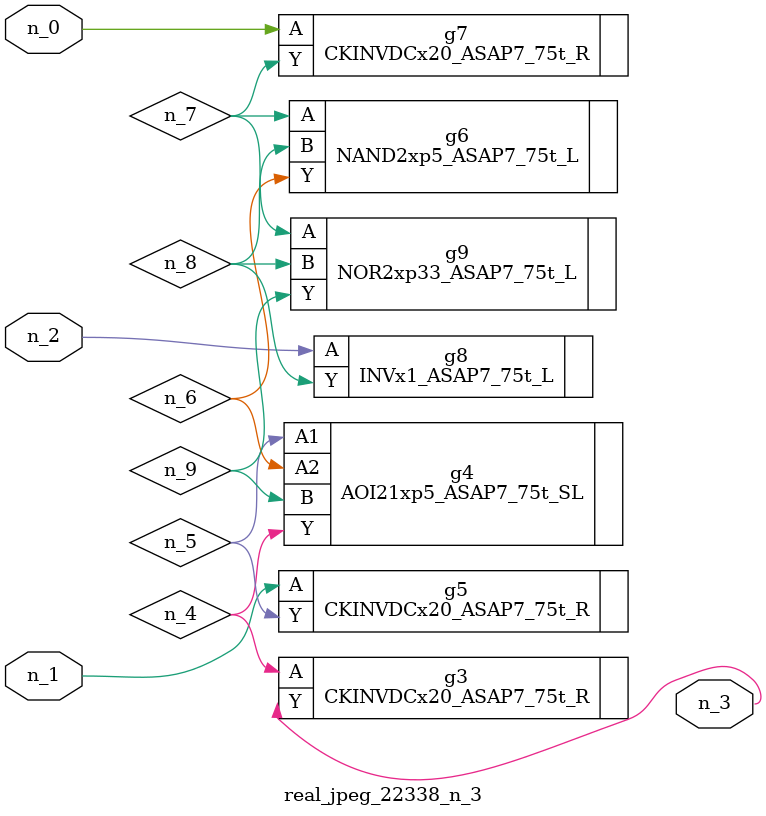
<source format=v>
module real_jpeg_22338_n_3 (n_1, n_0, n_2, n_3);

input n_1;
input n_0;
input n_2;

output n_3;

wire n_5;
wire n_4;
wire n_8;
wire n_6;
wire n_7;
wire n_9;

CKINVDCx20_ASAP7_75t_R g7 ( 
.A(n_0),
.Y(n_7)
);

CKINVDCx20_ASAP7_75t_R g5 ( 
.A(n_1),
.Y(n_5)
);

INVx1_ASAP7_75t_L g8 ( 
.A(n_2),
.Y(n_8)
);

CKINVDCx20_ASAP7_75t_R g3 ( 
.A(n_4),
.Y(n_3)
);

AOI21xp5_ASAP7_75t_SL g4 ( 
.A1(n_5),
.A2(n_6),
.B(n_9),
.Y(n_4)
);

NAND2xp5_ASAP7_75t_L g6 ( 
.A(n_7),
.B(n_8),
.Y(n_6)
);

NOR2xp33_ASAP7_75t_L g9 ( 
.A(n_7),
.B(n_8),
.Y(n_9)
);


endmodule
</source>
